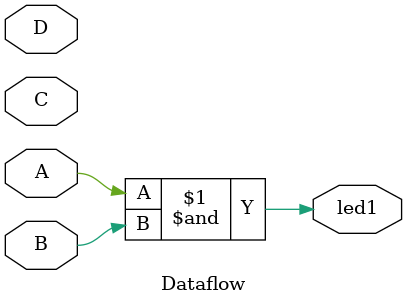
<source format=v>
`timescale 1ns / 1ps

module Dataflow(

    input A, B, C, D,
    output led1

    );
    
    assign led1 = A & B;
    
endmodule

</source>
